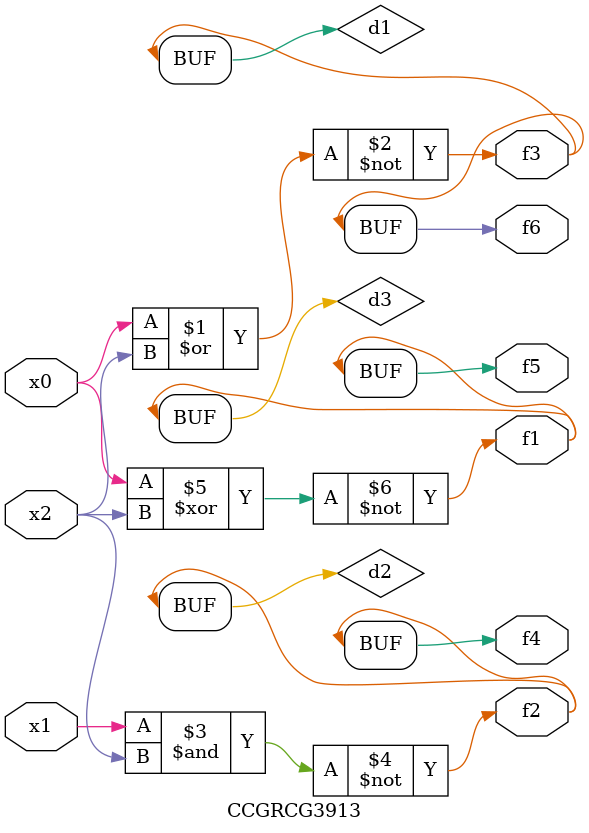
<source format=v>
module CCGRCG3913(
	input x0, x1, x2,
	output f1, f2, f3, f4, f5, f6
);

	wire d1, d2, d3;

	nor (d1, x0, x2);
	nand (d2, x1, x2);
	xnor (d3, x0, x2);
	assign f1 = d3;
	assign f2 = d2;
	assign f3 = d1;
	assign f4 = d2;
	assign f5 = d3;
	assign f6 = d1;
endmodule

</source>
